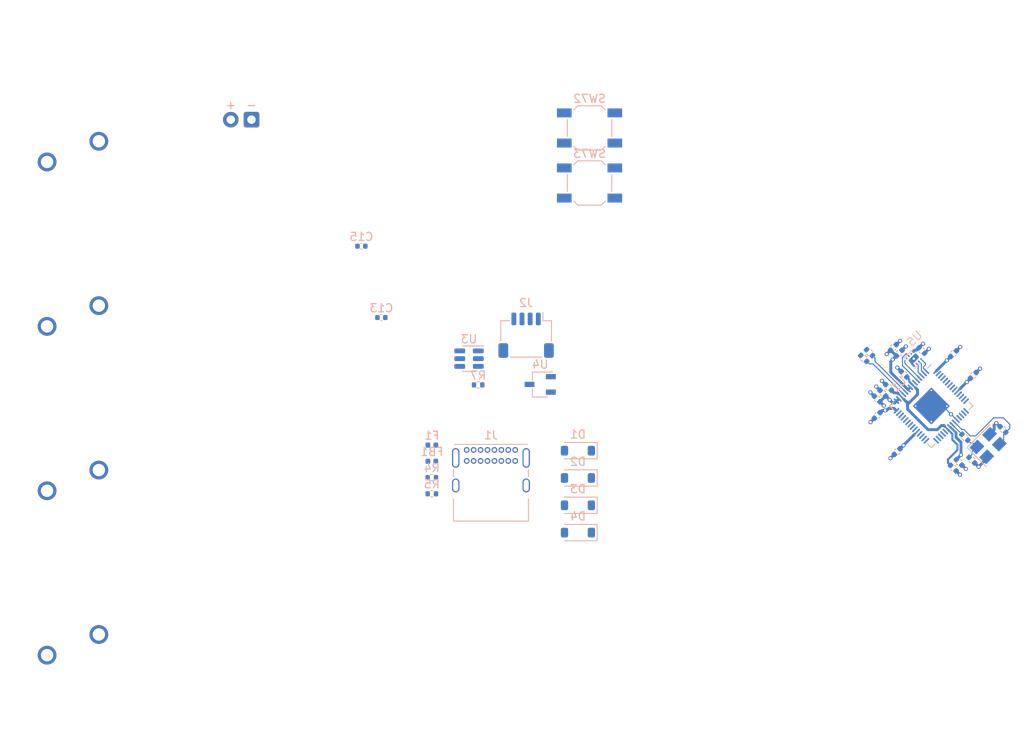
<source format=kicad_pcb>
(kicad_pcb (version 20221018) (generator pcbnew)
  (layers (0 "F.Cu" signal) (1 "In1.Cu" signal) (2 "In2.Cu" signal) (31 "B.Cu" signal) (34 "B.Paste" user) (35 "F.Paste" user) (36 "B.SilkS" user "B.Silkscreen") (37 "F.SilkS" user "F.Silkscreen") (38 "B.Mask" user) (39 "F.Mask" user) (44 "Edge.Cuts" user))
  (net 0 "")
  (net 1 "/XIN_")
  (net 2 "GND")
  (net 3 "/XOUT_")
  (net 4 "/VFused_")
  (net 5 "+3.3V")
  (net 6 "+1V1")
  (net 7 "/DN")
  (net 8 "/DP")
  (net 9 "Net-(U1-XOUT)")
  (net 10 "Net-(U1-USB_DP)")
  (net 11 "Net-(U1-USB_DM)")
  (net 12 "GP0")
  (net 13 "Net-(D1-A)")
  (net 14 "GP2")
  (net 15 "Net-(D2-A)")
  (net 16 "GP4")
  (net 17 "Net-(D3-A)")
  (net 18 "GP6")
  (net 19 "/LED_INDICATOR")
  (net 20 "GP8")
  (net 21 "/D1+")
  (net 22 "GP10")
  (net 23 "Net-(D4-A)")
  (net 24 "GP11")
  (net 25 "/VBUS")
  (net 26 "GP12")
  (net 27 "/D1-")
  (net 28 "/RUN_")
  (net 29 "GP13")
  (net 30 "GP14")
  (net 31 "GP15")
  (net 32 "GP16")
  (net 33 "GP17")
  (net 34 "GP18")
  (net 35 "/SD3_")
  (net 36 "/SCLK_")
  (net 37 "/SD0_")
  (net 38 "/SD2_")
  (net 39 "/SD1_")
  (net 40 "/CS_")
  (net 41 "GP1")
  (net 42 "GP3")
  (net 43 "GP5")
  (net 44 "GP7")
  (net 45 "GP9")
  (net 46 "GP19")
  (net 47 "GP20")
  (net 48 "GP21")
  (net 49 "GP22")
  (net 50 "GP23")
  (net 51 "GP24")
  (net 52 "GP25")
  (net 53 "GP26")
  (net 54 "GP27")
  (net 55 "GP28")
  (net 56 "GP29")
  (net 58 "Net-(D65-K)")
  (net 60 "Net-(F1-Pad1)")
  (net 61 "Net-(J1-CC1)")
  (net 63 "Net-(J1-CC2)")
  (footprint "marbastlib-mx:LED_MX_3mm" (layer "F.Cu") (at 64.08 31.6)
    (fp_text reference "D65" hide)
    (fp_text value "LED" hide)
    (fp_text user "+" (at -1.27 -1.8) (layer "B.SilkS"))
    (fp_text user "-" (at 1.27 -1.8) (layer "B.SilkS"))
    (pad "1" thru_hole roundrect (at 1.27 0) (size 1.905 1.905) (drill 1.04) (layers "*.Cu" "B.Mask") (roundrect_rratio 0.15) (net 58 "Net-(D65-K)"))
    (pad "2" thru_hole circle (at -1.27 0) (size 1.905 1.905) (drill 1.04) (layers "*.Cu" "B.Mask") (net 5 "+3.3V"))
  )
  (footprint "marbastlib-mx:SW_MX_1u" (layer "F.Cu") (at 44.08 39.33)
    (fp_text reference "SW1" hide)
    (fp_text value "MX_SW_solder" hide)
    (pad "" np_thru_hole circle (at -5.08 0) (size 1.75 1.75) (drill 1.75) (layers "*.Cu" "*.Mask"))
    (pad "" np_thru_hole circle (at 0 0) (size 3.9878 3.9878) (drill 3.9878) (layers "*.Cu" "*.Mask"))
    (pad "" np_thru_hole circle (at 5.08 0) (size 1.75 1.75) (drill 1.75) (layers "*.Cu" "*.Mask"))
    (pad "1" thru_hole circle (at -3.81 -2.54) (size 2.3 2.3) (drill 1.524) (layers "*.Cu" "B.Mask") (net 14 "GP2"))
    (pad "2" thru_hole circle (at 2.54 -5.08) (size 2.3 2.3) (drill 1.524) (layers "*.Cu" "B.Mask") (net 13 "Net-(D1-A)"))
  )
  (footprint "marbastlib-mx:SW_MX_1u" (layer "F.Cu") (at 44.08 99.84)
    (fp_text reference "SW4" hide)
    (fp_text value "MX_SW_solder" hide)
    (pad "" np_thru_hole circle (at -5.08 0) (size 1.75 1.75) (drill 1.75) (layers "*.Cu" "*.Mask"))
    (pad "" np_thru_hole circle (at 0 0) (size 3.9878 3.9878) (drill 3.9878) (layers "*.Cu" "*.Mask"))
    (pad "" np_thru_hole circle (at 5.08 0) (size 1.75 1.75) (drill 1.75) (layers "*.Cu" "*.Mask"))
    (pad "1" thru_hole circle (at -3.81 -2.54) (size 2.3 2.3) (drill 1.524) (layers "*.Cu" "B.Mask") (net 42 "GP3"))
    (pad "2" thru_hole circle (at 2.54 -5.08) (size 2.3 2.3) (drill 1.524) (layers "*.Cu" "B.Mask") (net 23 "Net-(D4-A)"))
  )
  (footprint "marbastlib-mx:SW_MX_1u" (layer "F.Cu") (at 44.08 79.67)
    (fp_text reference "SW3" hide)
    (fp_text value "MX_SW_solder" hide)
    (pad "" np_thru_hole circle (at -5.08 0) (size 1.75 1.75) (drill 1.75) (layers "*.Cu" "*.Mask"))
    (pad "" np_thru_hole circle (at 0 0) (size 3.9878 3.9878) (drill 3.9878) (layers "*.Cu" "*.Mask"))
    (pad "" np_thru_hole circle (at 5.08 0) (size 1.75 1.75) (drill 1.75) (layers "*.Cu" "*.Mask"))
    (pad "1" thru_hole circle (at -3.81 -2.54) (size 2.3 2.3) (drill 1.524) (layers "*.Cu" "B.Mask") (net 14 "GP2"))
    (pad "2" thru_hole circle (at 2.54 -5.08) (size 2.3 2.3) (drill 1.524) (layers "*.Cu" "B.Mask") (net 17 "Net-(D3-A)"))
  )
  (footprint "marbastlib-mx:SW_MX_1u" (layer "F.Cu") (at 44.08 59.5)
    (fp_text reference "SW2" hide)
    (fp_text value "MX_SW_solder" hide)
    (pad "" np_thru_hole circle (at -5.08 0) (size 1.75 1.75) (drill 1.75) (layers "*.Cu" "*.Mask"))
    (pad "" np_thru_hole circle (at 0 0) (size 3.9878 3.9878) (drill 3.9878) (layers "*.Cu" "*.Mask"))
    (pad "" np_thru_hole circle (at 5.08 0) (size 1.75 1.75) (drill 1.75) (layers "*.Cu" "*.Mask"))
    (pad "1" thru_hole circle (at -3.81 -2.54) (size 2.3 2.3) (drill 1.524) (layers "*.Cu" "B.Mask") (net 42 "GP3"))
    (pad "2" thru_hole circle (at 2.54 -5.08) (size 2.3 2.3) (drill 1.524) (layers "*.Cu" "B.Mask") (net 15 "Net-(D2-A)"))
  )
  (footprint "Capacitor_SMD:C_0402_1005Metric" (layer "B.Cu") (at 145.399411 62.839411 135)
    (fp_text reference "C14" hide)
    (fp_text value "100n")
    (pad "1" smd roundrect (at -0.48 0 135) (size 0.56 0.62) (layers "B.Cu" "B.Paste" "B.Mask") (net 6 "+1V1"))
    (pad "2" smd roundrect (at 0.48 0 135) (size 0.56 0.62) (layers "B.Cu" "B.Paste" "B.Mask") (net 2 "GND"))
  )
  (footprint "Capacitor_SMD:C_0402_1005Metric" (layer "B.Cu") (at 153.72 73.37 -45)
    (fp_text reference "C2" hide)
    (fp_text value "30p")
    (pad "1" smd roundrect (at -0.48 0 315) (size 0.56 0.62) (layers "B.Cu" "B.Paste" "B.Mask") (net 3 "/XOUT_"))
    (pad "2" smd roundrect (at 0.48 0 315) (size 0.56 0.62) (layers "B.Cu" "B.Paste" "B.Mask") (net 2 "GND"))
  )
  (footprint "Resistor_SMD:R_0402_1005Metric" (layer "B.Cu") (at 152.87 70.57 135)
    (fp_text reference "R3" hide)
    (fp_text value "1k")
    (pad "1" smd roundrect (at -0.51 0 135) (size 0.54 0.64) (layers "B.Cu" "B.Paste" "B.Mask") (net 3 "/XOUT_"))
    (pad "2" smd roundrect (at 0.51 0 135) (size 0.54 0.64) (layers "B.Cu" "B.Paste" "B.Mask") (net 9 "Net-(U1-XOUT)"))
  )
  (footprint "Capacitor_SMD:C_0402_1005Metric" (layer "B.Cu") (at 144.1 59.55 45)
    (fp_text reference "C3" hide)
    (fp_text value "1u")
    (pad "1" smd roundrect (at -0.48 0 45) (size 0.56 0.62) (layers "B.Cu" "B.Paste" "B.Mask") (net 5 "+3.3V"))
    (pad "2" smd roundrect (at 0.48 0 45) (size 0.56 0.62) (layers "B.Cu" "B.Paste" "B.Mask") (net 2 "GND"))
  )
  (footprint "Resistor_SMD:R_0402_1005Metric" (layer "B.Cu") (at 140.46 60.89 135)
    (fp_text reference "R2" hide)
    (fp_text value "22")
    (pad "1" smd roundrect (at -0.51 0 135) (size 0.54 0.64) (layers "B.Cu" "B.Paste" "B.Mask") (net 11 "Net-(U1-USB_DM)"))
    (pad "2" smd roundrect (at 0.51 0 135) (size 0.54 0.64) (layers "B.Cu" "B.Paste" "B.Mask") (net 7 "/DN"))
  )
  (footprint "USON8:USON-8_1.5x1.5mm_P0.45mm" (layer "B.Cu") (at 146.607466 60.931724 135)
    (fp_text reference "U5" (at 1.668199 1.813204 45 unlocked) (layer "B.SilkS") (effects (font (thickness 0.1)) (justify mirror)))
    (fp_text value "ZD25D40CNJGR")
    (pad "1" smd roundrect (at -0.65 0.6 135) (size 0.2 0.18) (layers "B.Cu" "B.Paste" "B.Mask") (net 40 "/CS_"))
    (pad "2" smd roundrect (at -0.65 0.2 135) (size 0.2 0.18) (layers "B.Cu" "B.Paste" "B.Mask") (net 39 "/SD1_"))
    (pad "3" smd roundrect (at -0.65 -0.2 135) (size 0.2 0.18) (layers "B.Cu" "B.Paste" "B.Mask") (net 38 "/SD2_"))
    (pad "4" smd roundrect (at -0.65 -0.6 135) (size 0.2 0.18) (layers "B.Cu" "B.Paste" "B.Mask") (net 2 "GND"))
    (pad "5" smd roundrect (at 0.65 -0.6 135) (size 0.2 0.18) (layers "B.Cu" "B.Paste" "B.Mask") (net 37 "/SD0_"))
    (pad "6" smd roundrect (at 0.65 -0.2 135) (size 0.2 0.18) (layers "B.Cu" "B.Paste" "B.Mask") (net 36 "/SCLK_"))
    (pad "7" smd roundrect (at 0.65 0.2 135) (size 0.2 0.18) (layers "B.Cu" "B.Paste" "B.Mask"))
    (pad "8" smd roundrect (at 0.65 0.6 135) (size 0.2 0.18) (layers "B.Cu" "B.Paste" "B.Mask") (net 5 "+3.3V"))
    (pad "9" thru_hole circle (at 0 0 135) (size 0.5 0.5) (drill 0.3) (layers "*.Cu" "*.Mask") (net 2 "GND"))
    (pad "9" smd roundrect (at 0 0 135) (size 0.7 1.3) (layers "B.Cu" "B.Mask") (roundrect_rratio 0.2) (chamfer_ratio 0.2) (chamfer bottom_left) (net 2 "GND"))
  )
  (footprint "Button_Switch_SMD:SW_SPST_SKQG_WithoutStem" (layer "B.Cu") (at 106.823452 32.62 180)
    (fp_text reference "SW72" (at 0 3.6) (layer "B.SilkS") (effects (justify mirror)))
    (fp_text value "SW_Push")
    (pad "1" smd rect (at -3.1 1.85 180) (size 1.8 1.1) (layers "B.Cu" "B.Paste" "B.Mask") (net 2 "GND"))
    (pad "1" smd rect (at 3.1 1.85 180) (size 1.8 1.1) (layers "B.Cu" "B.Paste" "B.Mask") (net 2 "GND"))
    (pad "2" smd rect (at -3.1 -1.85 180) (size 1.8 1.1) (layers "B.Cu" "B.Paste" "B.Mask") (net 40 "/CS_"))
    (pad "2" smd rect (at 3.1 -1.85 180) (size 1.8 1.1) (layers "B.Cu" "B.Paste" "B.Mask") (net 40 "/CS_"))
  )
  (footprint "Capacitor_SMD:C_0402_1005Metric" (layer "B.Cu") (at 142.11 65.87 135)
    (fp_text reference "C5" hide)
    (fp_text value "100n")
    (pad "1" smd roundrect (at -0.48 0 135) (size 0.56 0.62) (layers "B.Cu" "B.Paste" "B.Mask") (net 5 "+3.3V"))
    (pad "2" smd roundrect (at 0.48 0 135) (size 0.56 0.62) (layers "B.Cu" "B.Paste" "B.Mask") (net 2 "GND"))
  )
  (footprint "Capacitor_SMD:C_0402_1005Metric" (layer "B.Cu") (at 142.12 67.89 -135)
    (fp_text reference "C7" hide)
    (fp_text value "100n")
    (pad "1" smd roundrect (at -0.48 0 225) (size 0.56 0.62) (layers "B.Cu" "B.Paste" "B.Mask") (net 5 "+3.3V"))
    (pad "2" smd roundrect (at 0.48 0 225) (size 0.56 0.62) (layers "B.Cu" "B.Paste" "B.Mask") (net 2 "GND"))
  )
  (footprint "Capacitor_SMD:C_0402_1005Metric" (layer "B.Cu") (at 151.48 60.31 45)
    (fp_text reference "C17" hide)
    (fp_text value "100n")
    (pad "1" smd roundrect (at -0.48 0 45) (size 0.56 0.62) (layers "B.Cu" "B.Paste" "B.Mask") (net 5 "+3.3V"))
    (pad "2" smd roundrect (at 0.48 0 45) (size 0.56 0.62) (layers "B.Cu" "B.Paste" "B.Mask") (net 2 "GND"))
  )
  (footprint "Capacitor_SMD:C_0402_1005Metric" (layer "B.Cu") (at 144.81 60.24 45)
    (fp_text reference "C4" hide)
    (fp_text value "100n")
    (pad "1" smd roundrect (at -0.48 0 45) (size 0.56 0.62) (layers "B.Cu" "B.Paste" "B.Mask") (net 5 "+3.3V"))
    (pad "2" smd roundrect (at 0.48 0 45) (size 0.56 0.62) (layers "B.Cu" "B.Paste" "B.Mask") (net 2 "GND"))
  )
  (footprint "Diode_SMD:D_SOD-123" (layer "B.Cu") (at 105.398452 82.26 180)
    (fp_text reference "D4" (at 0 2) (layer "B.SilkS") (effects (justify mirror)))
    (fp_text value "D_Small")
    (pad "1" smd roundrect (at -1.65 0 180) (size 0.9 1.2) (layers "B.Cu" "B.Paste" "B.Mask") (net 41 "GP1"))
    (pad "2" smd roundrect (at 1.65 0 180) (size 0.9 1.2) (layers "B.Cu" "B.Paste" "B.Mask") (net 23 "Net-(D4-A)"))
  )
  (footprint "Package_DFN_QFN:QFN-56-1EP_7x7mm_P0.4mm_EP3.2x3.2mm_ThermalVias" (layer "B.Cu") (at 148.75 66.73 -135)
    (fp_text reference "U1" (at 0.961665 4.723473 45) (layer "B.SilkS") (effects (justify mirror)))
    (fp_text value "RP2040")
    (pad "1" smd roundrect (at -3.4375 2.6 225) (size 0.875 0.2) (layers "B.Cu" "B.Paste" "B.Mask") (net 5 "+3.3V"))
    (pad "2" smd roundrect (at -3.4375 2.2 225) (size 0.875 0.2) (layers "B.Cu" "B.Paste" "B.Mask") (net 12 "GP0"))
    (pad "3" smd roundrect (at -3.4375 1.8 225) (size 0.875 0.2) (layers "B.Cu" "B.Paste" "B.Mask") (net 41 "GP1"))
    (pad "4" smd roundrect (at -3.4375 1.4 225) (size 0.875 0.2) (layers "B.Cu" "B.Paste" "B.Mask") (net 14 "GP2"))
    (pad "5" smd roundrect (at -3.4375 1 225) (size 0.875 0.2) (layers "B.Cu" "B.Paste" "B.Mask") (net 42 "GP3"))
    (pad "6" smd roundrect (at -3.4375 0.6 225) (size 0.875 0.2) (layers "B.Cu" "B.Paste" "B.Mask") (net 16 "GP4"))
    (pad "7" smd roundrect (at -3.4375 0.2 225) (size 0.875 0.2) (layers "B.Cu" "B.Paste" "B.Mask") (net 43 "GP5"))
    (pad "8" smd roundrect (at -3.4375 -0.2 225) (size 0.875 0.2) (layers "B.Cu" "B.Paste" "B.Mask") (net 18 "GP6"))
    (pad "9" smd roundrect (at -3.4375 -0.6 225) (size 0.875 0.2) (layers "B.Cu" "B.Paste" "B.Mask") (net 44 "GP7"))
    (pad "10" smd roundrect (at -3.4375 -1 225) (size 0.875 0.2) (layers "B.Cu" "B.Paste" "B.Mask") (net 5 "+3.3V"))
    (pad "11" smd roundrect (at -3.4375 -1.4 225) (size 0.875 0.2) (layers "B.Cu" "B.Paste" "B.Mask") (net 20 "GP8"))
    (pad "12" smd roundrect (at -3.4375 -1.8 225) (size 0.875 0.2) (layers "B.Cu" "B.Paste" "B.Mask") (net 45 "GP9"))
    (pad "13" smd roundrect (at -3.4375 -2.2 225) (size 0.875 0.2) (layers "B.Cu" "B.Paste" "B.Mask") (net 22 "GP10"))
    (pad "14" smd roundrect (at -3.4375 -2.6 225) (size 0.875 0.2) (layers "B.Cu" "B.Paste" "B.Mask") (net 24 "GP11"))
    (pad "15" smd roundrect (at -2.6 -3.4375 225) (size 0.2 0.875) (layers "B.Cu" "B.Paste" "B.Mask") (net 26 "GP12"))
    (pad "16" smd roundrect (at -2.2 -3.4375 225) (size 0.2 0.875) (layers "B.Cu" "B.Paste" "B.Mask") (net 29 "GP13"))
    (pad "17" smd roundrect (at -1.8 -3.4375 225) (size 0.2 0.875) (layers "B.Cu" "B.Paste" "B.Mask") (net 30 "GP14"))
    (pad "18" smd roundrect (at -1.4 -3.4375 225) (size 0.2 0.875) (layers "B.Cu" "B.Paste" "B.Mask") (net 31 "GP15"))
    (pad "19" smd roundrect (at -1 -3.4375 225) (size 0.2 0.875) (layers "B.Cu" "B.Paste" "B.Mask") (net 2 "GND"))
    (pad "20" smd roundrect (at -0.6 -3.4375 225) (size 0.2 0.875) (layers "B.Cu" "B.Paste" "B.Mask") (net 1 "/XIN_"))
    (pad "21" smd roundrect (at -0.2 -3.4375 225) (size 0.2 0.875) (layers "B.Cu" "B.Paste" "B.Mask") (net 9 "Net-(U1-XOUT)"))
    (pad "22" smd roundrect (at 0.2 -3.4375 225) (size 0.2 0.875) (layers "B.Cu" "B.Paste" "B.Mask") (net 5 "+3.3V"))
    (pad "23" smd roundrect (at 0.6 -3.4375 225) (size 0.2 0.875) (layers "B.Cu" "B.Paste" "B.Mask") (net 6 "+1V1"))
    (pad "24" smd roundrect (at 1 -3.4375 225) (size 0.2 0.875) (layers "B.Cu" "B.Paste" "B.Mask"))
    (pad "25" smd roundrect (at 1.4 -3.4375 225) (size 0.2 0.875) (layers "B.Cu" "B.Paste" "B.Mask"))
    (pad "26" smd roundrect (at 1.8 -3.4375 225) (size 0.2 0.875) (layers "B.Cu" "B.Paste" "B.Mask") (net 28 "/RUN_"))
    (pad "27" smd roundrect (at 2.2 -3.4375 225) (size 0.2 0.875) (layers "B.Cu" "B.Paste" "B.Mask") (net 32 "GP16"))
    (pad "28" smd roundrect (at 2.6 -3.4375 225) (size 0.2 0.875) (layers "B.Cu" "B.Paste" "B.Mask") (net 33 "GP17"))
    (pad "29" smd roundrect (at 3.4375 -2.6 225) (size 0.875 0.2) (layers "B.Cu" "B.Paste" "B.Mask") (net 34 "GP18"))
    (pad "30" smd roundrect (at 3.4375 -2.2 225) (size 0.875 0.2) (layers "B.Cu" "B.Paste" "B.Mask") (net 46 "GP19"))
    (pad "31" smd roundrect (at 3.4375 -1.8 225) (size 0.875 0.2) (layers "B.Cu" "B.Paste" "B.Mask") (net 47 "GP20"))
    (pad "32" smd roundrect (at 3.4375 -1.4 225) (size 0.875 0.2) (layers "B.Cu" "B.Paste" "B.Mask") (net 48 "GP21"))
    (pad "33" smd roundrect (at 3.4375 -1 225) (size 0.875 0.2) (layers "B.Cu" "B.Paste" "B.Mask") (net 5 "+3.3V"))
    (pad "34" smd roundrect (at 3.4375 -0.6 225) (size 0.875 0.2) (layers "B.Cu" "B.Paste" "B.Mask") (net 49 "GP22"))
    (pad "35" smd roundrect (at 3.4375 -0.2 225) (size 0.875 0.2) (layers "B.Cu" "B.Paste" "B.Mask") (net 50 "GP23"))
    (pad "36" smd roundrect (at 3.4375 0.2 225) (size 0.875 0.2) (layers "B.Cu" "B.Paste" "B.Mask") (net 51 "GP24"))
    (pad "37" smd roundrect (at 3.4375 0.6 225) (size 0.875 0.2) (layers "B.Cu" "B.Paste" "B.Mask") (net 52 "GP25"))
    (pad "38" smd roundrect (at 3.4375 1 225) (size 0.875 0.2) (layers "B.Cu" "B.Paste" "B.Mask") (net 53 "GP26"))
    (pad "39" smd roundrect (at 3.4375 1.4 225) (size 0.875 0.2) (layers "B.Cu" "B.Paste" "B.Mask") (net 54 "GP27"))
    (pad "40" smd roundrect (at 3.4375 1.8 225) (size 0.875 0.2) (layers "B.Cu" "B.Paste" "B.Mask") (net 55 "GP28"))
    (pad "41" smd roundrect (at 3.4375 2.2 225) (size 0.875 0.2) (layers "B.Cu" "B.Paste" "B.Mask") (net 56 "GP29"))
    (pad "42" smd roundrect (at 3.4375 2.6 225) (size 0.875 0.2) (layers "B.Cu" "B.Paste" "B.Mask") (net 5 "+3.3V"))
    (pad "43" smd roundrect (at 2.6 3.4375 225) (size 0.2 0.875) (layers "B.Cu" "B.Paste" "B.Mask") (net 5 "+3.3V"))
    (pad "44" smd roundrect (at 2.2 3.4375 225) (size 0.2 0.875) (layers "B.Cu" "B.Paste" "B.Mask") (net 5 "+3.3V"))
    (pad "45" smd roundrect (at 1.8 3.4375 225) (size 0.2 0.875) (layers "B.Cu" "B.Paste" "B.Mask") (net 6 "+1V1"))
    (pad "46" smd roundrect (at 1.4 3.4375 225) (size 0.2 0.875) (layers "B.Cu" "B.Paste" "B.Mask") (net 11 "Net-(U1-USB_DM)"))
    (pad "47" smd roundrect (at 1 3.4375 225) (size 0.2 0.875) (layers "B.Cu" "B.Paste" "B.Mask") (net 10 "Net-(U1-USB_DP)"))
    (pad "48" smd roundrect (at 0.6 3.4375 225) (size 0.2 0.875) (layers "B.Cu" "B.Paste" "B.Mask") (net 5 "+3.3V"))
    (pad "49" smd roundrect (at 0.2 3.4375 225) (size 0.2 0.875) (layers "B.Cu" "B.Paste" "B.Mask") (net 5 "+3.3V"))
    (pad "50" smd roundrect (at -0.2 3.4375 225) (size 0.2 0.875) (layers "B.Cu" "B.Paste" "B.Mask") (net 6 "+1V1"))
    (pad "51" smd roundrect (at -0.6 3.4375 225) (size 0.2 0.875) (layers "B.Cu" "B.Paste" "B.Mask") (net 35 "/SD3_"))
    (pad "52" smd roundrect (at -1 3.4375 225) (size 0.2 0.875) (layers "B.Cu" "B.Paste" "B.Mask") (net 36 "/SCLK_"))
    (pad "53" smd roundrect (at -1.4 3.4375 225) (size 0.2 0.875) (layers "B.Cu" "B.Paste" "B.Mask") (net 37 "/SD0_"))
    (pad "54" smd roundrect (at -1.8 3.4375 225) (size 0.2 0.875) (layers "B.Cu" "B.Paste" "B.Mask") (net 38 "/SD2_"))
    (pad "55" smd roundrect (at -2.2 3.4375 225) (size 0.2 0.875) (layers "B.Cu" "B.Paste" "B.Mask") (net 39 "/SD1_"))
    (pad "56" smd roundrect (at -2.6 3.4375 225) (size 0.2 0.875) (layers "B.Cu" "B.Paste" "B.Mask") (net 40 "/CS_"))
    (pad "57" thru_hole circle (at -1.35 -1.35 225) (size 0.5 0.5) (drill 0.2) (layers "*.Cu") (net 2 "GND"))
    (pad "57" thru_hole circle (at -1.35 1.35 225) (size 0.5 0.5) (drill 0.2) (layers "*.Cu") (net 2 "GND"))
    (pad "57" smd rect (at 0 0 225) (size 3.2 3.2) (layers "F.Cu") (net 2 "GND"))
    (pad "57" smd rect (at 0 0 225) (size 3.2 3.2) (layers "B.Cu" "B.Mask") (net 2 "GND"))
    (pad "57" thru_hole circle (at 1.35 -1.35 225) (size 0.5 0.5) (drill 0.2) (layers "*.Cu") (net 2 "GND"))
    (pad "57" thru_hole circle (at 1.35 1.35 225) (size 0.5 0.5) (drill 0.2) (layers "*.Cu") (net 2 "GND"))
  )
  (footprint "Crystal:Crystal_SMD_3225-4Pin_3.2x2.5mm" (layer "B.Cu") (at 155.72 71.58 45)
    (fp_text reference "Y1" hide)
    (fp_text value "12MHz Crystal 3225")
    (pad "1" smd rect (at -1.1 -0.85 45) (size 1.4 1.2) (layers "B.Cu" "B.Paste" "B.Mask") (net 3 "/XOUT_"))
    (pad "2" smd rect (at 1.1 -0.85 45) (size 1.4 1.2) (layers "B.Cu" "B.Paste" "B.Mask") (net 2 "GND"))
    (pad "3" smd rect (at 1.1 0.85 45) (size 1.4 1.2) (layers "B.Cu" "B.Paste" "B.Mask") (net 1 "/XIN_"))
    (pad "4" smd rect (at -1.1 0.85 45) (size 1.4 1.2) (layers "B.Cu" "B.Paste" "B.Mask") (net 2 "GND"))
  )
  (footprint "Diode_SMD:D_SOD-123" (layer "B.Cu") (at 105.398452 72.21 180)
    (fp_text reference "D1" (at 0 2) (layer "B.SilkS") (effects (justify mirror)))
    (fp_text value "D_Small")
    (pad "1" smd roundrect (at -1.65 0 180) (size 0.9 1.2) (layers "B.Cu" "B.Paste" "B.Mask") (net 12 "GP0"))
    (pad "2" smd roundrect (at 1.65 0 180) (size 0.9 1.2) (layers "B.Cu" "B.Paste" "B.Mask") (net 13 "Net-(D1-A)"))
  )
  (footprint "Connector_JST:JST_SH_SM04B-SRSS-TB_1x04-1MP_P1.00mm_Horizontal" (layer "B.Cu") (at 99.038452 58.05 180)
    (fp_text reference "J2" (at 0 3.98) (layer "B.SilkS") (effects (justify mirror)))
    (fp_text value "JST - 1.00mm 4 Pin")
    (pad "1" smd roundrect (at -1.5 2 180) (size 0.6 1.55) (layers "B.Cu" "B.Paste" "B.Mask") (net 4 "/VFused_"))
    (pad "2" smd roundrect (at -0.5 2 180) (size 0.6 1.55) (layers "B.Cu" "B.Paste" "B.Mask") (net 7 "/DN"))
    (pad "3" smd roundrect (at 0.5 2 180) (size 0.6 1.55) (layers "B.Cu" "B.Paste" "B.Mask") (net 8 "/DP"))
    (pad "4" smd roundrect (at 1.5 2 180) (size 0.6 1.55) (layers "B.Cu" "B.Paste" "B.Mask") (net 2 "GND"))
    (pad "MP" smd roundrect (at -2.8 -1.875 180) (size 1.2 1.8) (layers "B.Cu" "B.Paste" "B.Mask") (roundrect_rratio 0.208333) (net 2 "GND"))
    (pad "MP" smd roundrect (at 2.8 -1.875 180) (size 1.2 1.8) (layers "B.Cu" "B.Paste" "B.Mask") (roundrect_rratio 0.208333) (net 2 "GND"))
  )
  (footprint "Capacitor_SMD:C_0402_1005Metric" (layer "B.Cu") (at 153.909411 62.970589 45)
    (fp_text reference "C9" hide)
    (fp_text value "100n")
    (pad "1" smd roundrect (at -0.48 0 45) (size 0.56 0.62) (layers "B.Cu" "B.Paste" "B.Mask") (net 5 "+3.3V"))
    (pad "2" smd roundrect (at 0.48 0 45) (size 0.56 0.62) (layers "B.Cu" "B.Paste" "B.Mask") (net 2 "GND"))
  )
  (footprint "Capacitor_SMD:C_0402_1005Metric" (layer "B.Cu") (at 157.55 69.62 135)
    (fp_text reference "C1" hide)
    (fp_text value "30p")
    (pad "1" smd roundrect (at -0.48 0 135) (size 0.56 0.62) (layers "B.Cu" "B.Paste" "B.Mask") (net 1 "/XIN_"))
    (pad "2" smd roundrect (at 0.48 0 135) (size 0.56 0.62) (layers "B.Cu" "B.Paste" "B.Mask") (net 2 "GND"))
  )
  (footprint "Capacitor_SMD:C_0402_1005Metric" (layer "B.Cu") (at 147.58 59.92 -45)
    (fp_text reference "C10" hide)
    (fp_text value "1u")
    (pad "1" smd roundrect (at -0.48 0 315) (size 0.56 0.62) (layers "B.Cu" "B.Paste" "B.Mask") (net 5 "+3.3V"))
    (pad "2" smd roundrect (at 0.48 0 315) (size 0.56 0.62) (layers "B.Cu" "B.Paste" "B.Mask") (net 2 "GND"))
  )
  (footprint "Fuse:Fuse_0402_1005Metric" (layer "B.Cu") (at 87.473452 71.53 180)
    (fp_text reference "F1" (at 0 1.17) (layer "B.SilkS") (effects (justify mirror)))
    (fp_text value "700mA")
    (pad "1" smd roundrect (at -0.485 0 180) (size 0.59 0.64) (layers "B.Cu" "B.Paste" "B.Mask") (net 60 "Net-(F1-Pad1)"))
    (pad "2" smd roundrect (at 0.485 0 180) (size 0.59 0.64) (layers "B.Cu" "B.Paste" "B.Mask") (net 25 "/VBUS"))
  )
  (footprint "Inductor_SMD:L_0402_1005Metric" (layer "B.Cu") (at 87.473452 73.52 180)
    (fp_text reference "FB1" (at 0 1.17) (layer "B.SilkS") (effects (justify mirror)))
    (fp_text value "100 Ohm @ 100 MHz")
    (pad "1" smd roundrect (at -0.485 0 180) (size 0.59 0.64) (layers "B.Cu" "B.Paste" "B.Mask") (net 60 "Net-(F1-Pad1)"))
    (pad "2" smd roundrect (at 0.485 0 180) (size 0.59 0.64) (layers "B.Cu" "B.Paste" "B.Mask") (net 4 "/VFused_"))
  )
  (footprint "Capacitor_SMD:C_0402_1005Metric" (layer "B.Cu") (at 143.51 64.45 135)
    (fp_text reference "C12" hide)
    (fp_text value "1u")
    (pad "1" smd roundrect (at -0.48 0 135) (size 0.56 0.62) (layers "B.Cu" "B.Paste" "B.Mask") (net 6 "+1V1"))
    (pad "2" smd roundrect (at 0.48 0 135) (size 0.56 0.62) (layers "B.Cu" "B.Paste" "B.Mask") (net 2 "GND"))
  )
  (footprint "Capacitor_SMD:C_0402_1005Metric" (layer "B.Cu") (at 78.833452 47.125 180)
    (fp_text reference "C15" (at 0 1.16) (layer "B.SilkS") (effects (justify mirror)))
    (fp_text value "1u")
    (pad "1" smd roundrect (at -0.48 0 180) (size 0.56 0.62) (layers "B.Cu" "B.Paste" "B.Mask") (net 5 "+3.3V"))
    (pad "2" smd roundrect (at 0.48 0 180) (size 0.56 0.62) (layers "B.Cu" "B.Paste" "B.Mask") (net 2 "GND"))
  )
  (footprint "Package_TO_SOT_SMD:SOT-23-6" (layer "B.Cu") (at 92.038452 60.92 180)
    (fp_text reference "U3" (at 0 2.4) (layer "B.SilkS") (effects (justify mirror)))
    (fp_text value "USBLC6-2SC6")
    (pad "1" smd roundrect (at -1.1375 0.95 180) (size 1.325 0.6) (layers "B.Cu" "B.Paste" "B.Mask") (net 7 "/DN"))
    (pad "2" smd roundrect (at -1.1375 0 180) (size 1.325 0.6) (layers "B.Cu" "B.Paste" "B.Mask") (net 2 "GND"))
    (pad "3" smd roundrect (at -1.1375 -0.95 180) (size 1.325 0.6) (layers "B.Cu" "B.Paste" "B.Mask") (net 8 "/DP"))
    (pad "4" smd roundrect (at 1.1375 -0.95 180) (size 1.325 0.6) (layers "B.Cu" "B.Paste" "B.Mask") (net 21 "/D1+"))
    (pad "5" smd roundrect (at 1.1375 0 180) (size 1.325 0.6) (layers "B.Cu" "B.Paste" "B.Mask") (net 25 "/VBUS"))
    (pad "6" smd roundrect (at 1.1375 0.95 180) (size 1.325 0.6) (layers "B.Cu" "B.Paste" "B.Mask") (net 27 "/D1-"))
  )
  (footprint "Package_TO_SOT_SMD:TSOT-23" (layer "B.Cu") (at 100.768452 64.08 180)
    (fp_text reference "U4" (at 0 2.45) (layer "B.SilkS") (effects (justify mirror)))
    (fp_text value "3.3V Fixed Regulator")
    (pad "1" smd rect (at -1.31 0.95 180) (size 1.22 0.65) (layers "B.Cu" "B.Paste" "B.Mask") (net 2 "GND"))
    (pad "2" smd rect (at -1.31 -0.95 180) (size 1.22 0.65) (layers "B.Cu" "B.Paste" "B.Mask") (net 5 "+3.3V"))
    (pad "3" smd rect (at 1.31 0 180) (size 1.22 0.65) (layers "B.Cu" "B.Paste" "B.Mask") (net 4 "/VFused_"))
  )
  (footprint "Button_Switch_SMD:SW_SPST_SKQG_WithoutStem" (layer "B.Cu") (at 106.823452 39.37 180)
    (fp_text reference "SW73" (at 0 3.6) (layer "B.SilkS") (effects (justify mirror)))
    (fp_text value "SW_Push")
    (pad "1" smd rect (at -3.1 1.85 180) (size 1.8 1.1) (layers "B.Cu" "B.Paste" "B.Mask") (net 2 "GND"))
    (pad "1" smd rect (at 3.1 1.85 180) (size 1.8 1.1) (layers "B.Cu" "B.Paste" "B.Mask") (net 2 "GND"))
    (pad "2" smd rect (at -3.1 -1.85 180) (size 1.8 1.1) (layers "B.Cu" "B.Paste" "B.Mask") (net 28 "/RUN_"))
    (pad "2" smd rect (at 3.1 -1.85 180) (size 1.8 1.1) (layers "B.Cu" "B.Paste" "B.Mask") (net 28 "/RUN_"))
  )
  (footprint "Capacitor_SMD:C_0402_1005Metric" (layer "B.Cu") (at 142.81 65.16 135)
    (fp_text reference "C6" hide)
    (fp_text value "100n")
    (pad "1" smd roundrect (at -0.48 0 135) (size 0.56 0.62) (layers "B.Cu" "B.Paste" "B.Mask") (net 5 "+3.3V"))
    (pad "2" smd roundrect (at 0.48 0 135) (size 0.56 0.62) (layers "B.Cu" "B.Paste" "B.Mask") (net 2 "GND"))
  )
  (footprint "Resistor_SMD:R_0402_1005Metric" (layer "B.Cu") (at 87.473452 75.51 180)
    (fp_text reference "R4" (at 0 1.17) (layer "B.SilkS") (effects (justify mirror)))
    (fp_text value "5.1k")
    (pad "1" smd roundrect (at -0.51 0 180) (size 0.54 0.64) (layers "B.Cu" "B.Paste" "B.Mask") (net 2 "GND"))
    (pad "2" smd roundrect (at 0.51 0 180) (size 0.54 0.64) (layers "B.Cu" "B.Paste" "B.Mask") (net 61 "Net-(J1-CC1)"))
  )
  (footprint "Resistor_SMD:R_0402_1005Metric" (layer "B.Cu") (at 87.473452 77.5 180)
    (fp_text reference "R5" (at 0 1.17) (layer "B.SilkS") (effects (justify mirror)))
    (fp_text value "5.1k")
    (pad "1" smd roundrect (at -0.51 0 180) (size 0.54 0.64) (layers "B.Cu" "B.Paste" "B.Mask") (net 2 "GND"))
    (pad "2" smd roundrect (at 0.51 0 180) (size 0.54 0.64) (layers "B.Cu" "B.Paste" "B.Mask") (net 63 "Net-(J1-CC2)"))
  )
  (footprint "Capacitor_SMD:C_0402_1005Metric" (layer "B.Cu") (at 144.57 72.32 -135)
    (fp_text reference "C8" hide)
    (fp_text value "100n")
    (pad "1" smd roundrect (at -0.48 0 225) (size 0.56 0.62) (layers "B.Cu" "B.Paste" "B.Mask") (net 5 "+3.3V"))
    (pad "2" smd roundrect (at 0.48 0 225) (size 0.56 0.62) (layers "B.Cu" "B.Paste" "B.Mask") (net 2 "GND"))
  )
  (footprint "Diode_SMD:D_SOD-123" (layer "B.Cu") (at 105.398452 75.56 180)
    (fp_text reference "D2" (at 0 2) (layer "B.SilkS") (effects (justify mirror)))
    (fp_text value "D_Small")
    (pad "1" smd roundrect (at -1.65 0 180) (size 0.9 1.2) (layers "B.Cu" "B.Paste" "B.Mask") (net 12 "GP0"))
    (pad "2" smd roundrect (at 1.65 0 180) (size 0.9 1.2) (layers "B.Cu" "B.Paste" "B.Mask") (net 15 "Net-(D2-A)"))
  )
  (footprint "Capacitor_SMD:C_0402_1005Metric" (layer "B.Cu") (at 151.45 74.35 -45)
    (fp_text reference "C16" hide)
    (fp_text value "100n")
    (pad "1" smd roundrect (at -0.48 0 315) (size 0.56 0.62) (layers "B.Cu" "B.Paste" "B.Mask") (net 6 "+1V1"))
    (pad "2" smd roundrect (at 0.48 0 315) (size 0.56 0.62) (layers "B.Cu" "B.Paste" "B.Mask") (net 2 "GND"))
  )
  (footprint "Diode_SMD:D_SOD-123" (layer "B.Cu") (at 105.398452 78.91 180)
    (fp_text reference "D3" (at 0 2) (layer "B.SilkS") (effects (justify mirror)))
    (fp_text value "D_Small")
    (pad "1" smd roundrect (at -1.65 0 180) (size 0.9 1.2) (layers "B.Cu" "B.Paste" "B.Mask") (net 41 "GP1"))
    (pad "2" smd roundrect (at 1.65 0 180) (size 0.9 1.2) (layers "B.Cu" "B.Paste" "B.Mask") (net 17 "Net-(D3-A)"))
  )
  (footprint "Resistor_SMD:R_0402_1005Metric" (layer "B.Cu") (at 93.158452 64.14 180)
    (fp_text reference "R7" (at 0 1.17) (layer "B.SilkS") (effects (justify mirror)))
    (fp_text value "R_Small_US")
    (pad "1" smd roundrect (at -0.51 0 180) (size 0.54 0.64) (layers "B.Cu" "B.Paste" "B.Mask") (net 58 "Net-(D65-K)"))
    (pad "2" smd roundrect (at 0.51 0 180) (size 0.54 0.64) (layers "B.Cu" "B.Paste" "B.Mask") (net 19 "/LED_INDICATOR"))
  )
  (footprint "Resistor_SMD:R_0402_1005Metric" (layer "B.Cu") (at 141.17 60.18 -45)
    (fp_text reference "R1" hide)
    (fp_text value "22")
    (pad "1" smd roundrect (at -0.51 0 315) (size 0.54 0.64) (layers "B.Cu" "B.Paste" "B.Mask") (net 8 "/DP"))
    (pad "2" smd roundrect (at 0.51 0 315) (size 0.54 0.64) (layers "B.Cu" "B.Paste" "B.Mask") (net 10 "Net-(U1-USB_DP)"))
  )
  (footprint "Capacitor_SMD:C_0402_1005Metric" (layer "B.Cu") (at 81.283452 55.875 180)
    (fp_text reference "C13" (at 0 1.16) (layer "B.SilkS") (effects (justify mirror)))
    (fp_text value "1u")
    (pad "1" smd roundrect (at -0.48 0 180) (size 0.56 0.62) (layers "B.Cu" "B.Paste" "B.Mask") (net 4 "/VFused_"))
    (pad "2" smd roundrect (at 0.48 0 180) (size 0.56 0.62) (layers "B.Cu" "B.Paste" "B.Mask") (net 2 "GND"))
  )
  (footprint "Capacitor_SMD:C_0402_1005Metric" (layer "B.Cu") (at 152.16 73.64 -45)
    (fp_text reference "C11" hide)
    (fp_text value "100n")
    (pad "1" smd roundrect (at -0.48 0 315) (size 0.56 0.62) (layers "B.Cu" "B.Paste" "B.Mask") (net 5 "+3.3V"))
    (pad "2" smd roundrect (at 0.48 0 315) (size 0.56 0.62) (layers "B.Cu" "B.Paste" "B.Mask") (net 2 "GND"))
  )
  (footprint "Connector_USB:USB_C_Receptacle_GCT_USB4085" (layer "B.Cu") (at 97.703452 72.12 180)
    (fp_text reference "J1" (at 2.975 1.8) (layer "B.SilkS") (effects (justify mirror)))
    (fp_text value "USB_C_Receptacle_USB2.0")
    (pad "A1" thru_hole circle (at 0 0 180) (size 0.7 0.7) (drill 0.4) (layers "*.Cu" "*.Mask") (net 2 "GND"))
    (pad "A4" thru_hole circle (at 0.85 0 180) (size 0.7 0.7) (drill 0.4) (layers "*.Cu" "*.Mask") (net 25 "/VBUS"))
    (pad "A5" thru_hole circle (at 1.7 0 180) (size 0.7 0.7) (drill 0.4) (layers "*.Cu" "*.Mask") (net 61 "Net-(J1-CC1)"))
    (pad "A6" thru_hole circle (at 2.55 0 180) (size 0.7 0.7) (drill 0.4) (layers "*.Cu" "*.Mask") (net 21 "/D1+"))
    (pad "A7" thru_hole circle (at 3.4 0 180) (size 0.7 0.7) (drill 0.4) (layers "*.Cu" "*.Mask") (net 27 "/D1-"))
    (pad "A8" thru_hole circle (at 4.25 0 180) (size 0.7 0.7) (drill 0.4) (layers "*.Cu" "*.Mask"))
    (pad "A9" thru_hole circle (at 5.1 0 180) (size 0.7 0.7) (drill 0.4) (layers "*.Cu" "*.Mask") (net 25 "/VBUS"))
    (pad "A12" thru_hole circle (at 5.95 0 180) (size 0.7 0.7) (drill 0.4) (layers "*.Cu" "*.Mask") (net 2 "GND"))
    (pad "B1" thru_hole circle (at 5.95 -1.35 180) (size 0.7 0.7) (drill 0.4) (layers "*.Cu" "*.Mask") (net 2 "GND"))
    (pad "B4" thru_hole circle (at 5.1 -1.35 180) (size 0.7 0.7) (drill 0.4) (layers "*.Cu" "*.Mask") (net 25 "/VBUS"))
    (pad "B5" thru_hole circle (at 4.25 -1.35 180) (size 0.7 0.7) (drill 0.4) (layers "*.Cu" "*.Mask") (net 63 "Net-(J1-CC2)"))
    (pad "B6" thru_hole circle (at 3.4 -1.35 180) (size 0.7 0.7) (drill 0.4) (layers "*.Cu" "*.Mask") (net 21 "/D1+"))
    (pad "B7" thru_hole circle (at 2.55 -1.35 180) (size 0.7 0.7) (drill 0.4) (layers "*.Cu" "*.Mask") (net 27 "/D1-"))
    (pad "B8" thru_hole circle (at 1.7 -1.35 180) (size 0.7 0.7) (drill 0.4) (layers "*.Cu" "*.Mask"))
    (pad "B9" thru_hole circle (at 0.85 -1.35 180) (size 0.7 0.7) (drill 0.4) (layers "*.Cu" "*.Mask") (net 25 "/VBUS"))
    (pad "B12" thru_hole circle (at 0 -1.35 180) (size 0.7 0.7) (drill 0.4) (layers "*.Cu" "*.Mask") (net 2 "GND"))
    (pad "S1" thru_hole oval (at -1.35 -4.36 180) (size 0.9 1.7) (drill oval 0.6 1.4) (layers "*.Cu" "*.Mask"))
    (pad "S1" thru_hole oval (at -1.35 -0.98 180) (size 0.9 2.4) (drill oval 0.6 2.1) (layers "*.Cu" "*.Mask"))
    (pad "S1" thru_hole oval (at 7.3 -4.36 180) (size 0.9 1.7) (drill oval 0.6 1.4) (layers "*.Cu" "*.Mask"))
    (pad "S1" thru_hole oval (at 7.3 -0.98 180) (size 0.9 2.4) (drill oval 0.6 2.1) (layers "*.Cu" "*.Mask"))
  )
  (segment (start 157.58 68.18) (end 158.38 68.98) (width 0.127) (layer "B.Cu") (net 1))
  (segment (start 157.63 70.872081) (end 157.098858 71.403223) (width 0.127) (layer "B.Cu") (net 1))
  (segment (start 158.38 68.98) (end 158.38 69.468822) (width 0.127) (layer "B.Cu") (net 1))
  (segment (start 152.468529 69.6) (end 152.73 69.6) (width 0.127) (layer "B.Cu") (net 1))
  (segment (start 156.42 68.18) (end 157.58 68.18) (width 0.127) (layer "B.Cu") (net 1))
  (segment (start 151.604944 68.736415) (end 152.468529 69.6) (width 0.127) (layer "B.Cu") (net 1))
  (segment (start 153.51 70.38) (end 153.51 70.39) (width 0.127) (layer "B.Cu") (net 1))
  (segment (start 152.73 69.6) (end 153.51 70.38) (width 0.127) (layer "B.Cu") (net 1))
  (segment (start 157.889411 69.960589) (end 157.63 70.22) (width 0.127) (layer "B.Cu") (net 1))
  (segment (start 153.51 70.39) (end 154.21 70.39) (width 0.127) (layer "B.Cu") (net 1))
  (segment (start 157.889411 69.959411) (end 157.889411 69.960589) (width 0.127) (layer "B.Cu") (net 1))
  (segment (start 154.21 70.39) (end 156.42 68.18) (width 0.127) (layer "B.Cu") (net 1))
  (segment (start 157.63 70.22) (end 157.63 70.872081) (width 0.127) (layer "B.Cu") (net 1))
  (segment (start 158.38 69.468822) (end 157.889411 69.959411) (width 0.127) (layer "B.Cu") (net 1))
  (via (at 141.28 65.06) (size 0.5) (drill 0.3) (layers "F.Cu" "B.Cu") (net 2))
  (via (at 148.45 59.72) (size 0.5) (drill 0.3) (layers "F.Cu" "B.Cu") (net 2))
  (via (at 154.55 74.19) (size 0.5) (drill 0.3) (layers "F.Cu" "B.Cu") (net 2))
  (via (at 152.99 74.45) (size 0.5) (drill 0.3) (layers "F.Cu" "B.Cu") (net 2))
  (via (at 142.69 63.64) (size 0.5) (drill 0.3) (layers "F.Cu" "B.Cu") (net 2))
  (via (at 156.72 68.82) (size 0.5) (drill 0.3) (layers "F.Cu" "B.Cu") (net 2))
  (via (at 144.92 58.74) (size 0.5) (drill 0.3) (layers "F.Cu" "B.Cu") (net 2))
  (via (at 145.63 59.42) (size 0.5) (drill 0.3) (layers "F.Cu" "B.Cu") (net 2))
  (via (at 141.99 64.34) (size 0.5) (drill 0.3) (layers "F.Cu" "B.Cu") (net 2))
  (via (at 143.74 73.14) (size 0.5) (drill 0.3) (layers "F.Cu" "B.Cu") (net 2))
  (via (at 141.3 68.71) (size 0.5) (drill 0.3) (layers "F.Cu" "B.Cu") (net 2))
  (via (at 152.27 75.16) (size 0.5) (drill 0.3) (layers "F.Cu" "B.Cu") (net 2))
  (via (at 144.58 62.02) (size 0.5) (drill 0.3) (layers "F.Cu" "B.Cu") (net 2))
  (via (at 154.73 62.16) (size 0.5) (drill 0.3) (layers "F.Cu" "B.Cu") (net 2))
  (via (at 151.177107 67.742893) (size 0.5) (drill 0.3) (layers "F.Cu" "B.Cu") (net 2))
  (via (at 152.3 59.49) (size 0.5) (drill 0.3) (layers "F.Cu" "B.Cu") (net 2))
  (segment (start 147.919411 60.259411) (end 147.919411 60.250589) (width 0.35) (layer "B.Cu") (net 2))
  (segment (start 145.06 62.5) (end 144.58 62.02) (width 0.35) (layer "B.Cu") (net 2))
  (segment (start 147.919411 60.250589) (end 148.45 59.72) (width 0.35) (layer "B.Cu") (net 2))
  (segment (start 144.220589 72.659411) (end 143.74 73.14) (width 0.35) (layer "B.Cu") (net 2))
  (segment (start 154.059411 73.709411) (end 154.069411 73.709411) (width 0.35) (layer "B.Cu") (net 2))
  (segment (start 157.180589 69.280589) (end 156.72 68.82) (width 0.35) (layer "B.Cu") (net 2))
  (segment (start 156.46 69.08) (end 156.72 68.82) (width 0.35) (layer "B.Cu") (net 2))
  (segment (start 152.499411 73.979411) (end 152.519411 73.979411) (width 0.35) (layer "B.Cu") (net 2))
  (segment (start 155.896777 70.201142) (end 156.46 69.637919) (width 0.35) (layer "B.Cu") (net 2))
  (segment (start 143.160589 64.110589) (end 142.69 63.64) (width 0.35) (layer "B.Cu") (net 2))
  (segment (start 141.780589 68.229411) (end 141.3 68.71) (width 0.35) (layer "B.Cu") (net 2))
  (segment (start 146.642821 61.815607) (end 146.357466 61.530252) (width 0.25) (layer "B.Cu") (net 2))
  (segment (start 151.799411 74.689411) (end 152.27 75.16) (width 0.35) (layer "B.Cu") (net 2))
  (segment (start 154.248822 62.631178) (end 154.258822 62.631178) (width 0.35) (layer "B.Cu") (net 2))
  (segment (start 142.470589 64.820589) (end 141.99 64.34) (width 0.35) (layer "B.Cu") (net 2))
  (segment (start 151.789411 74.689411) (end 151.799411 74.689411) (width 0.35) (layer "B.Cu") (net 2))
  (segment (start 150.164213 66.73) (end 148.75 66.73) (width 0.127) (layer "B.Cu") (net 2))
  (segment (start 145.149411 59.900589) (end 145.63 59.42) (width 0.35) (layer "B.Cu") (net 2))
  (segment (start 156.46 69.637919) (end 156.46 69.08) (width 0.35) (layer "B.Cu") (net 2))
  (segment (start 146.357466 61.181724) (end 146.607466 60.931724) (width 0.25) (layer "B.Cu") (net 2))
  (segment (start 152.519411 73.979411) (end 152.99 74.45) (width 0.35) (layer "B.Cu") (net 2))
  (segment (start 155.543223 73.196777) (end 154.55 74.19) (width 0.35) (layer "B.Cu") (net 2))
  (segment (start 151.887786 68.453573) (end 150.164213 66.73) (width 0.127) (layer "B.Cu") (net 2))
  (segment (start 146.357466 61.530252) (end 146.357466 61.181724) (width 0.25) (layer "B.Cu") (net 2))
  (segment (start 141.750589 65.530589) (end 141.28 65.06) (width 0.35) (layer "B.Cu") (net 2))
  (segment (start 155.543223 72.958858) (end 155.543223 73.196777) (width 0.35) (layer "B.Cu") (net 2))
  (segment (start 154.258822 62.631178) (end 154.73 62.16) (width 0.35) (layer "B.Cu") (net 2))
  (segment (start 143.170589 64.110589) (end 143.160589 64.110589) (width 0.35) (layer "B.Cu") (net 2))
  (segment (start 154.069411 73.709411) (end 154.55 74.19) (width 0.35) (layer "B.Cu") (net 2))
  (segment (start 157.210589 69.280589) (end 157.180589 69.280589) (width 0.35) (layer "B.Cu") (net 2))
  (segment (start 141.770589 65.530589) (end 141.750589 65.530589) (width 0.35) (layer "B.Cu") (net 2))
  (segment (start 144.439411 59.210589) (end 144.449411 59.210589) (width 0.35) (layer "B.Cu") (net 2))
  (segment (start 151.819411 59.970589) (end 152.3 59.49) (width 0.35) (layer "B.Cu") (net 2))
  (segment (start 144.449411 59.210589) (end 144.92 58.74) (width 0.35) (layer "B.Cu") (net 2))
  (segment (start 144.230589 72.659411) (end 144.220589 72.659411) (width 0.35) (layer "B.Cu") (net 2))
  (segment (start 153.230624 70.930624) (end 153.55 71.25) (width 0.127) (layer "B.Cu") (net 3))
  (segment (start 153.55 71.25) (end 153.834365 71.25) (width 0.127) (layer "B.Cu") (net 3))
  (segment (start 153.74 72.67) (end 153.74 72.357919) (width 0.127) (layer "B.Cu") (net 3))
  (segment (start 153.74 72.357919) (end 154.341142 71.756777) (width 0.127) (layer "B.Cu") (net 3))
  (segment (start 153.380589 73.030589) (end 153.380589 73.029411) (width 0.127) (layer "B.Cu") (net 3))
  (segment (start 153.380589 73.029411) (end 153.74 72.67) (width 0.127) (layer "B.Cu") (net 3))
  (segment (start 153.834365 71.25) (end 154.341142 71.756777) (width 0.127) (layer "B.Cu") (net 3))
  (via (at 152.39 72.73) (size 0.5) (drill 0.3) (layers "F.Cu" "B.Cu") (net 5))
  (via (at 144.02 61.03) (size 0.5) (drill 0.3) (layers "F.Cu" "B.Cu") (net 5))
  (via (at 143.28 60.36) (size 0.5) (drill 0.3) (layers "F.Cu" "B.Cu") (net 5))
  (via (at 147.74 59.09) (size 0.5) (drill 0.3) (layers "F.Cu" "B.Cu") (net 5))
  (via (at 150.660108 61.140108) (size 0.5) (drill 0.3) (layers "F.Cu" "B.Cu") (net 5))
  (via (at 145.34 71.55) (size 0.5) (drill 0.3) (layers "F.Cu" "B.Cu") (net 5))
  (via (at 153.1 63.79) (size 0.5) (drill 0.3) (layers "F.Cu" "B.Cu") (net 5))
  (via (at 143.09 67.27) (size 0.5) (drill 0.3) (layers "F.Cu" "B.Cu") (net 5))
  (via (at 143.64 65.98) (size 0.5) (drill 0.3) (layers "F.Cu" "B.Cu") (net 5))
  (via (at 142.93 66.69) (size 0.5) (drill 0.3) (layers "F.Cu" "B.Cu") (net 5))
  (segment (start 151.78 70) (end 151.082101 69.302101) (width 0.254) (layer "B.Cu") (net 5))
  (segment (start 153.57 63.32) (end 153.1 63.79) (width 0.35) (layer "B.Cu") (net 5))
  (segment (start 143.27 67.27) (end 143.38 67.16) (width 0.35) (layer "B.Cu") (net 5))
  (segment (start 143.780589 59.889411) (end 144.470589 60.579411) (width 0.35) (layer "B.Cu") (net 5))
  (segment (start 147.249411 59.580589) (end 147.74 59.09) (width 0.35) (layer "B.Cu") (net 5))
  (segment (start 147.240589 59.580589) (end 146.951178 59.87) (width 0.35) (layer "B.Cu") (net 5))
  (segment (start 143.78 62.605699) (end 145.896471 64.72217) (width 0.35) (layer "B.Cu") (net 5))
  (segment (start 144.29 66.34) (end 144.67 65.96) (width 0.35) (layer "B.Cu") (net 5))
  (segment (start 144.18 67.02) (end 144.4 67.24) (width 0.35) (layer "B.Cu") (net 5))
  (segment (start 145.34 71.55) (end 146.643697 70.246303) (width 0.35) (layer "B.Cu") (net 5))
  (segment (start 143.09 67.27) (end 143.27 67.27) (width 0.35) (layer "B.Cu") (net 5))
  (segment (start 146.951178 59.87) (end 146.749952 59.87) (width 0.35) (layer "B.Cu") (net 5))
  (segment (start 151.78 70) (end 151.78 70.57) (width 0.35) (layer "B.Cu") (net 5))
  (segment (start 143.760589 59.889411) (end 143.750589 59.889411) (width 0.35) (layer "B.Cu") (net 5))
  (segment (start 142.449411 66.209411) (end 142.93 66.69) (width 0.35) (layer "B.Cu") (net 5))
  (segment (start 145.895056 64.723585) (end 146.177899 64.440742) (width 0.254) (layer "B.Cu") (net 5))
  (segment (start 142.74 67.27) (end 143.09 67.27) (width 0.35) (layer "B.Cu") (net 5))
  (segment (start 142.459411 67.550589) (end 142.74 67.27) (width 0.35) (layer "B.Cu") (net 5))
  (segment (start 143.149411 65.499411) (end 143.159411 65.499411) (width 0.35) (layer "B.Cu") (net 5))
  (segment (start 151.820589 73.299411) (end 151.820589 73.300589) (width 0.35) (layer "B.Cu") (net 5))
  (segment (start 152.39 72.73) (end 151.820589 73.299411) (width 0.35) (layer "B.Cu") (net 5))
  (segment (start 143.78 61.27) (end 143.78 62.605699) (width 0.35) (layer "B.Cu") (net 5))
  (segment (start 144.23 66.34) (end 144.29 66.34) (width 0.35) (layer "B.Cu") (net 5))
  (segment (start 144 66.34) (end 144.23 66.34) (width 0.35) (layer "B.Cu") (net 5))
  (segment (start 151.140589 60.649411) (end 151.140589 60.659627) (width 0.35) (layer "B.Cu") (net 5))
  (segment (start 144.470589 60.579411) (end 143.78 61.27) (width 0.35) (layer "B.Cu") (net 5))
  (segment (start 143.52 67.02) (end 143.71 67.02) (width 0.35) (layer "B.Cu") (net 5))
  (segment (start 151.140589 60.659627) (end 150.660108 61.140108) (width 0.35) (layer "B.Cu") (net 5))
  (segment (start 143.64 65.98) (end 144 66.34) (width 0.35) (layer "B.Cu") (net 5))
  (segment (start 144.909411 71.980589) (end 145.34 71.55) (width 0.35) (layer "B.Cu") (net 5))
  (segment (start 153.57 63.31) (end 153.57 63.32) (width 0.35) (layer "B.Cu") (net 5))
  (segment (start 146.643697 70.246303) (end 146.65074 70.246303) (width 0.35) (layer "B.Cu") (net 5))
  (segment (start 150.660108 61.140108) (end 149.340788 62.459429) (width 0.35) (layer "B.Cu") (net 5))
  (segment (start 142.449411 66.199411) (end 143.149411 65.499411) (width 0.35) (layer "B.Cu") (net 5))
  (segment (start 143.71 67.02) (end 144.18 67.02) (width 0.35) (layer "B.Cu") (net 5))
  (segment (start 147.240589 59.580589) (end 147.249411 59.580589) (width 0.35) (layer "B.Cu") (net 5))
  (segment (start 143.38 67.16) (end 143.52 67.02) (width 0.35) (layer "B.Cu") (net 5))
  (segment (start 146.749952 59.87) (end 146.572111 60.047841) (width 0.35) (layer "B.Cu") (net 5))
  (segment (start 144.909411 71.980589) (end 144.913624 71.980589) (width 0.254) (layer "B.Cu") (net 5))
  (segment (start 143.760589 59.889411) (end 143.780589 59.889411) (width 0.35) (layer "B.Cu") (net 5))
  (segment (start 152.39 71.18) (end 152.39 72.73) (width 0.35) (layer "B.Cu") (net 5))
  (segment (start 151.78 70.57) (end 152.39 71.18) (width 0.35) (layer "B.Cu") (net 5))
  (segment (start 143.750589 59.889411) (end 143.28 60.36) (width 0.35) (layer "B.Cu") (net 5))
  (segment (start 142.449411 66.209411) (end 142.449411 66.199411) (width 0.35) (layer "B.Cu") (net 5))
  (segment (start 151.082101 69.302101) (end 151.039258 69.302101) (width 0.254) (layer "B.Cu") (net 5))
  (segment (start 152.266303 64.623697) (end 153.1 63.79) (width 0.35) (layer "B.Cu") (net 5))
  (segment (start 143.159411 65.499411) (end 143.64 65.98) (width 0.35) (layer "B.Cu") (net 5))
  (segment (start 150.756415 69.584944) (end 151.34 70.168529) (width 0.254) (layer "B.Cu") (net 6))
  (segment (start 146.101057 66.269886) (end 146.961057 65.409886) (width 0.35) (layer "B.Cu") (net 6))
  (segment (start 145.841057 66.529886) (end 146.101057 66.269886) (width 0.35) (layer "B.Cu") (net 6))
  (segment (start 151.961 71.491) (end 151.961 72.129) (width 0.254) (layer "B.Cu") (net 6))
  (segment (start 145.746057 66.274886) (end 145.371057 65.899886) (width 0.35) (layer "B.Cu") (net 6))
  (segment (start 149.991057 69.129886) (end 149.491057 69.629886) (width 0.35) (layer "B.Cu") (net 6))
  (segment (start 146.05 63.747157) (end 146.05 63.49) (width 0.254) (layer "B.Cu") (net 6))
  (segment (start 145.841057 67.119886) (end 145.841057 66.629886) (width 0.35) (layer "B.Cu") (net 6))
  (segment (start 144.17 65.11) (end 144.42 65.11) (width 0.35) (layer "B.Cu") (net 6))
  (segment (start 150.8 73.7) (end 151.110589 74.010589) (width 0.254) (layer "B.Cu") (net 6))
  (segment (start 145.746057 66.274886) (end 146.096057 66.274886) (width 0.35) (layer "B.Cu") (net 6))
  (segment (start 146.05 63.49) (end 145.738822 63.178822) (width 0.254) (layer "B.Cu") (net 6))
  (segment (start 150.8 73.29) (end 150.8 73.7) (width 0.254) (layer "B.Cu") (net 6))
  (segment (start 150.301057 69.129886) (end 149.991057 69.129886) (width 0.35) (layer "B.Cu") (net 6))
  (segment (start 146.096057 66.274886) (end 146.101057 66.269886) (width 0.35) (layer "B.Cu") (net 6))
  (segment (start 145.841057 66.529886) (end 145.841057 66.369886) (width 0.35) (layer "B.Cu") (net 6))
  (segment (start 151.34 70.87) (end 151.961 71.491) (width 0.254) (layer "B.Cu") (net 6))
  (segment (start 150.401057 69.229886) (end 150.301057 69.129886) (width 0.35) (layer "B.Cu") (net 6))
  (segment (start 147.301057 68.579886) (end 145.841057 67.119886) (width 0.35) (layer "B.Cu") (net 6))
  (segment (start 151.961 72.129) (end 150.8 73.29) (width 0.254) (layer "B.Cu") (net 6))
  (segment (start 146.961057 65.409886) (end 147.071057 65.299886) (width 0.35) (layer "B.Cu") (net 6))
  (segment (start 151.34 70.168529) (end 151.34 70.87) (width 0.254) (layer "B.Cu") (net 6))
  (segment (start 148.351057 69.629886) (end 147.301057 68.579886) (width 0.35) (layer "B.Cu") (net 6))
  (segment (start 147.071057 65.299886) (end 147.071057 64.989886) (width 0.35) (layer "B.Cu") (net 6))
  (segment (start 144.587245 65.11) (end 144.723623 65.246378) (width 0.35) (layer "B.Cu") (net 6))
  (segment (start 150.756415 69.584944) (end 150.756115 69.584944) (width 0.127) (layer "B.Cu") (net 6))
  (segment (start 149.461057 69.629886) (end 148.351057 69.629886) (width 0.35) (layer "B.Cu") (net 6))
  (segment (start 147.071057 64.765386) (end 146.808307 64.502636) (width 0.35) (layer "B.Cu") (net 6))
  (segment (start 145.841057 66.629886) (end 145.841057 66.529886) (width 0.35) (layer "B.Cu") (net 6))
  (segment (start 149.491057 69.629886) (end 149.461057 69.629886) (width 0.35) (layer "B.Cu") (net 6))
  (segment (start 150.756115 69.584944) (end 150.401057 69.229886) (width 0.127) (layer "B.Cu") (net 6))
  (segment (start 143.849411 64.789411) (end 144.17 65.11) (width 0.35) (layer "B.Cu") (net 6))
  (segment (start 147.071057 64.989886) (end 147.071057 64.765386) (width 0.35) (layer "B.Cu") (net 6))
  (segment (start 146.460742 64.157899) (end 146.05 63.747157) (width 0.254) (layer "B.Cu") (net 6))
  (segment (start 144.42 65.11) (end 144.587245 65.11) (width 0.35) (layer "B.Cu") (net 6))
  (segment (start 145.841057 66.369886) (end 145.746057 66.274886) (width 0.35) (layer "B.Cu") (net 6))
  (segment (start 152.509376 70.206533) (end 151.322101 69.019258) (width 0.127) (layer "B.Cu") (net 9))
  (segment (start 152.509376 70.209376) (end 152.509376 70.206533) (width 0.127) (layer "B.Cu") (net 9))
  (segment (start 141.550624 60.540624) (end 141.530624 60.540624) (width 0.127) (layer "B.Cu") (net 10))
  (segment (start 141.84 60.83) (end 141.550624 60.540624) (width 0.127) (layer "B.Cu") (net 10))
  (segment (start 145.612214 65.006427) (end 141.84 61.234213) (width 0.127) (layer "B.Cu") (net 10))
  (segment (start 141.84 61.234213) (end 141.84 60.83) (width 0.127) (layer "B.Cu") (net 10))
  (segment (start 145.329371 65.28927) (end 141.600101 61.56) (width 0.127) (layer "B.Cu") (net 11))
  (segment (start 140.840624 61.250624) (end 140.820624 61.250624) (width 0.127) (layer "B.Cu") (net 11))
  (segment (start 141.15 61.56) (end 140.840624 61.250624) (width 0.127) (layer "B.Cu") (net 11))
  (segment (start 141.600101 61.56) (end 141.15 61.56) (width 0.127) (layer "B.Cu") (net 11))
  (segment (start 146.006425 60.613526) (end 145.723583 60.330684) (width 0.127) (layer "B.Cu") (net 36))
  (segment (start 145.21093 60.772625) (end 145.21093 61.776717) (width 0.127) (layer "B.Cu") (net 36))
  (segment (start 145.652872 60.330684) (end 145.21093 60.772625) (width 0.127) (layer "B.Cu") (net 36))
  (segment (start 145.21093 61.776717) (end 147.026427 63.592214) (width 0.127) (layer "B.Cu") (net 36))
  (segment (start 145.723583 60.330684) (end 145.652872 60.330684) (width 0.127) (layer "B.Cu") (net 36))
  (segment (start 145.511451 61.511552) (end 145.511451 61.108501) (width 0.127) (layer "B.Cu") (net 37))
  (segment (start 147.30927 63.309371) (end 145.511451 61.511552) (width 0.127) (layer "B.Cu") (net 37))
  (segment (start 147.137796 61.744897) (end 147.137796 62.572212) (width 0.127) (layer "B.Cu") (net 38))
  (segment (start 146.925664 61.532765) (end 147.137796 61.744897) (width 0.127) (layer "B.Cu") (net 38))
  (segment (start 147.137796 62.572212) (end 147.592112 63.026528) (width 0.127) (layer "B.Cu") (net 38))
  (segment (start 147.544383 61.585798) (end 147.544383 61.762575) (width 0.127) (layer "B.Cu") (net 39))
  (segment (start 147.544383 61.762575) (end 147.53787 61.769087) (width 0.127) (layer "B.Cu") (net 39))
  (segment (start 147.53787 62.392458) (end 147.874955 62.729543) (width 0.127) (layer "B.Cu") (net 39))
  (segment (start 147.874955 62.729543) (end 147.874955 62.743685) (width 0.127) (layer "B.Cu") (net 39))
  (segment (start 147.208507 61.249922) (end 147.544383 61.585798) (width 0.127) (layer "B.Cu") (net 39))
  (segment (start 147.53787 61.769087) (end 147.53787 62.392458) (width 0.127) (layer "B.Cu") (net 39))
  (segment (start 148.157798 62.460843) (end 147.79187 62.094915) (width 0.127) (layer "B.Cu") (net 40))
  (segment (start 148.039357 61.515087) (end 147.49135 60.96708) (width 0.127) (layer "B.Cu") (net 40))
  (segment (start 148.039357 61.691864) (end 148.039357 61.515087) (width 0.127) (layer "B.Cu") (net 40))
  (segment (start 147.79187 61.939352) (end 148.039357 61.691864) (width 0.127) (layer "B.Cu") (net 40))
  (segment (start 147.79187 62.094915) (end 147.79187 61.939352) (width 0.127) (layer "B.Cu") (net 40))
)
</source>
